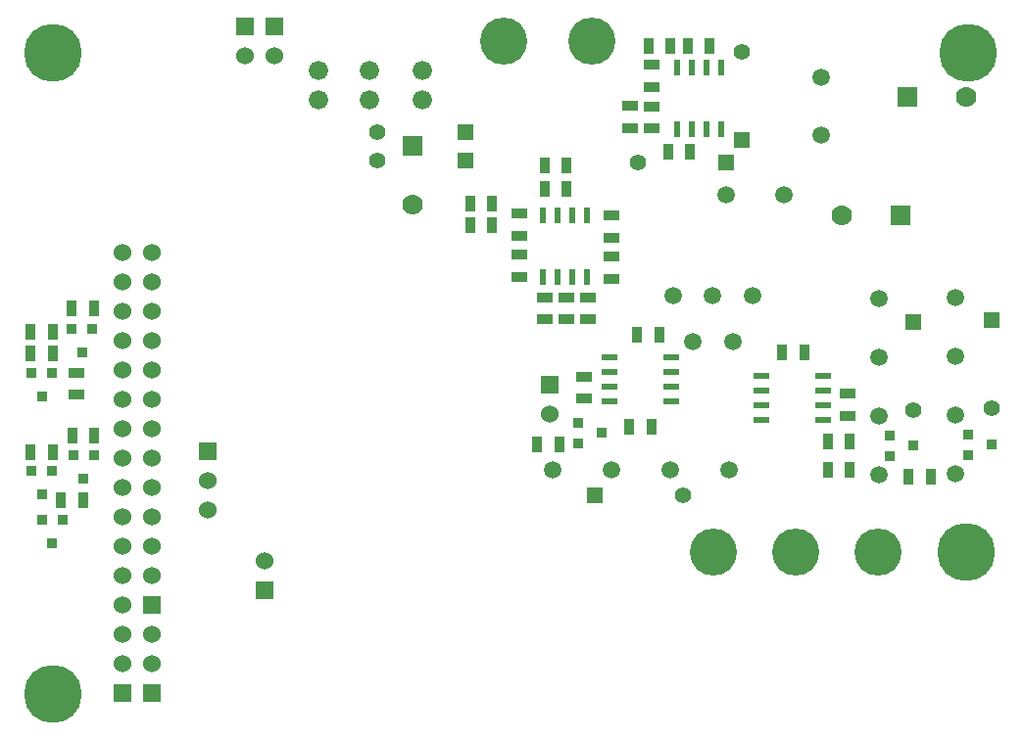
<source format=gbs>
G04 (created by PCBNEW (2013-07-07 BZR 4022)-stable) date Sun 21 Dec 2014 01:02:58 PM MSK*
%MOIN*%
G04 Gerber Fmt 3.4, Leading zero omitted, Abs format*
%FSLAX34Y34*%
G01*
G70*
G90*
G04 APERTURE LIST*
%ADD10C,0.00590551*%
%ADD11C,0.19685*%
%ADD12R,0.06X0.06*%
%ADD13C,0.06*%
%ADD14C,0.066*%
%ADD15R,0.036X0.036*%
%ADD16R,0.0551X0.0236*%
%ADD17R,0.0236X0.0551*%
%ADD18R,0.035X0.055*%
%ADD19R,0.055X0.035*%
%ADD20C,0.0590551*%
%ADD21R,0.055X0.055*%
%ADD22C,0.055*%
%ADD23R,0.07X0.07*%
%ADD24C,0.07*%
%ADD25C,0.16*%
G04 APERTURE END LIST*
G54D10*
G54D11*
X32618Y-18566D03*
X1574Y-23425D03*
X32677Y-1574D03*
X1574Y-1574D03*
G54D12*
X8098Y-666D03*
G54D13*
X8098Y-1666D03*
G54D12*
X9098Y-666D03*
G54D13*
X9098Y-1666D03*
G54D14*
X14118Y-3186D03*
X14118Y-2186D03*
X12338Y-3186D03*
X12338Y-2186D03*
X10578Y-3186D03*
X10578Y-2186D03*
G54D15*
X1888Y-17466D03*
X1188Y-17466D03*
X1538Y-18266D03*
X19422Y-14177D03*
X19422Y-14877D03*
X20222Y-14527D03*
X30013Y-14610D03*
X30013Y-15310D03*
X30813Y-14960D03*
X32690Y-14571D03*
X32690Y-15271D03*
X33490Y-14921D03*
X2908Y-10986D03*
X2208Y-10986D03*
X2558Y-11786D03*
X1528Y-12486D03*
X828Y-12486D03*
X1178Y-13286D03*
X2948Y-15286D03*
X2248Y-15286D03*
X2598Y-16086D03*
X1528Y-15806D03*
X828Y-15806D03*
X1178Y-16606D03*
G54D16*
X20493Y-11949D03*
X22593Y-11949D03*
X20493Y-12449D03*
X20493Y-12949D03*
X20493Y-13449D03*
X22593Y-12449D03*
X22593Y-12949D03*
X22593Y-13449D03*
G54D17*
X19728Y-7119D03*
X19728Y-9219D03*
X19228Y-7119D03*
X18728Y-7119D03*
X18228Y-7119D03*
X19228Y-9219D03*
X18728Y-9219D03*
X18228Y-9219D03*
G54D16*
X25665Y-12561D03*
X27765Y-12561D03*
X25665Y-13061D03*
X25665Y-13561D03*
X25665Y-14061D03*
X27765Y-13061D03*
X27765Y-13561D03*
X27765Y-14061D03*
G54D17*
X24282Y-2092D03*
X24282Y-4192D03*
X23782Y-2092D03*
X23282Y-2092D03*
X22782Y-2092D03*
X23782Y-4192D03*
X23282Y-4192D03*
X22782Y-4192D03*
G54D18*
X1553Y-15166D03*
X803Y-15166D03*
G54D19*
X19614Y-12599D03*
X19614Y-13349D03*
G54D18*
X21918Y-14313D03*
X21168Y-14313D03*
G54D19*
X21179Y-4142D03*
X21179Y-3392D03*
X21918Y-1979D03*
X21918Y-2729D03*
X21918Y-3397D03*
X21918Y-4147D03*
G54D18*
X23238Y-4953D03*
X22488Y-4953D03*
X22574Y-1347D03*
X21824Y-1347D03*
X23894Y-1347D03*
X23144Y-1347D03*
X27912Y-15787D03*
X28662Y-15787D03*
G54D19*
X20553Y-7125D03*
X20553Y-7875D03*
X17411Y-9203D03*
X17411Y-8453D03*
G54D18*
X26376Y-11771D03*
X27126Y-11771D03*
X27912Y-14803D03*
X28662Y-14803D03*
X18030Y-14901D03*
X18780Y-14901D03*
X30668Y-16023D03*
X31418Y-16023D03*
X1553Y-11066D03*
X803Y-11066D03*
G54D19*
X28582Y-13937D03*
X28582Y-13187D03*
G54D18*
X2223Y-14626D03*
X2973Y-14626D03*
X2593Y-16806D03*
X1843Y-16806D03*
X2203Y-10286D03*
X2953Y-10286D03*
G54D19*
X2358Y-12471D03*
X2358Y-13221D03*
G54D18*
X1553Y-11806D03*
X803Y-11806D03*
X21436Y-11161D03*
X22186Y-11161D03*
G54D19*
X19015Y-9900D03*
X19015Y-10650D03*
X20562Y-9261D03*
X20562Y-8511D03*
X17411Y-7806D03*
X17411Y-7056D03*
X19744Y-9900D03*
X19744Y-10650D03*
X18287Y-10650D03*
X18287Y-9900D03*
G54D18*
X19038Y-6220D03*
X18288Y-6220D03*
X18288Y-5394D03*
X19038Y-5394D03*
X15747Y-6712D03*
X16497Y-6712D03*
X15747Y-7460D03*
X16497Y-7460D03*
G54D20*
X27677Y-4370D03*
X27677Y-2401D03*
X26437Y-6397D03*
X24468Y-6397D03*
G54D12*
X4918Y-23366D03*
G54D13*
X4918Y-22366D03*
X4918Y-21366D03*
G54D12*
X6820Y-15141D03*
G54D13*
X6820Y-16141D03*
X6820Y-17141D03*
G54D12*
X3918Y-23366D03*
G54D13*
X3918Y-22366D03*
X3918Y-21366D03*
G54D12*
X8758Y-19866D03*
G54D13*
X8758Y-18866D03*
G54D12*
X18458Y-12886D03*
G54D13*
X18458Y-13886D03*
G54D21*
X33484Y-10685D03*
G54D22*
X33484Y-13685D03*
G54D21*
X30826Y-10744D03*
G54D22*
X30826Y-13744D03*
G54D21*
X19996Y-16633D03*
G54D22*
X22996Y-16633D03*
G54D21*
X24472Y-5295D03*
G54D22*
X21472Y-5295D03*
G54D21*
X15598Y-4266D03*
G54D22*
X12598Y-4266D03*
G54D21*
X25009Y-4557D03*
G54D22*
X25009Y-1557D03*
G54D21*
X15578Y-5246D03*
G54D22*
X12578Y-5246D03*
G54D23*
X30614Y-3090D03*
G54D24*
X32614Y-3090D03*
G54D23*
X30409Y-7106D03*
G54D24*
X28409Y-7106D03*
G54D23*
X13798Y-4746D03*
G54D24*
X13798Y-6746D03*
G54D25*
X19898Y-1166D03*
X16898Y-1166D03*
X29618Y-18566D03*
X26818Y-18566D03*
X24018Y-18566D03*
G54D20*
X22671Y-9828D03*
X24009Y-9828D03*
X25348Y-9828D03*
X23340Y-11403D03*
X24679Y-11403D03*
X32263Y-11913D03*
X32263Y-13913D03*
X32263Y-9913D03*
X32263Y-15913D03*
X29645Y-11952D03*
X29645Y-13952D03*
X29645Y-9952D03*
X29645Y-15952D03*
X22574Y-15787D03*
X20574Y-15787D03*
X24574Y-15787D03*
X18574Y-15787D03*
G54D12*
X4918Y-20366D03*
G54D13*
X3918Y-20366D03*
X4918Y-19366D03*
X3918Y-19366D03*
X4918Y-18366D03*
X3918Y-18366D03*
X4918Y-17366D03*
X3918Y-17366D03*
X4918Y-16366D03*
X3918Y-16366D03*
X4918Y-15366D03*
X3918Y-15366D03*
X4918Y-14366D03*
X3918Y-14366D03*
X4918Y-13366D03*
X3918Y-13366D03*
X4918Y-12366D03*
X3918Y-12366D03*
X4918Y-11366D03*
X3918Y-11366D03*
X4918Y-10366D03*
X3918Y-10366D03*
X4918Y-9366D03*
X3918Y-9366D03*
X4918Y-8366D03*
X3918Y-8366D03*
M02*

</source>
